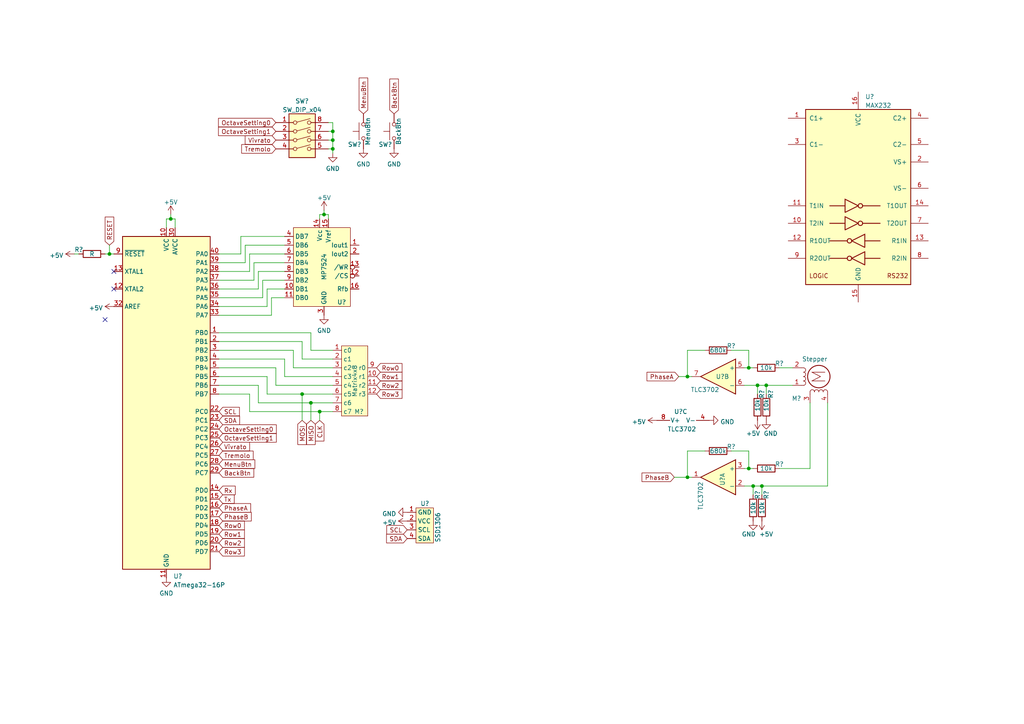
<source format=kicad_sch>
(kicad_sch (version 20211123) (generator eeschema)
  (paper "A4")
  (lib_symbols
    (symbol "Amplifier_Operational:TLC272" (pin_names (offset 0.127))
      (property "Reference" "U" (at 0 5.08 0))
      (property "Value" "TLC272" (at 0 -5.08 0))
      (symbol "TLC272_1_1"
        (polyline (pts (xy -5.08 5.08) (xy 5.08 0) (xy -5.08 -5.08) (xy -5.08 5.08)) (stroke (width 0.254)) (fill (type background)))
        (pin output line (at 7.62 0 180) (length 2.54) (name "~") (number "1"))
        (pin input line (at -7.62 -2.54 0) (length 2.54) (name "-") (number "2"))
        (pin input line (at -7.62 2.54 0) (length 2.54) (name "+") (number "3"))
      )
      (symbol "TLC272_2_1"
        (polyline (pts (xy -5.08 5.08) (xy 5.08 0) (xy -5.08 -5.08) (xy -5.08 5.08)) (stroke (width 0.254)) (fill (type background)))
        (pin input line (at -7.62 2.54 0) (length 2.54) (name "+") (number "5"))
        (pin input line (at -7.62 -2.54 0) (length 2.54) (name "-") (number "6"))
        (pin output line (at 7.62 0 180) (length 2.54) (name "~") (number "7"))
      )
      (symbol "TLC272_3_1"
        (pin power_in line (at -2.54 -7.62 90) (length 3.81) (name "V-") (number "4"))
        (pin power_in line (at -2.54 7.62 270) (length 3.81) (name "V+") (number "8"))
      )
    )
    (symbol "Device:R" (pin_numbers hide) (pin_names (offset 0))
      (property "Reference" "R" (at 2.032 0 90))
      (property "Value" "R" (at 0 0 90))
      (symbol "R_0_1"
        (rectangle (start -1.016 -2.54) (end 1.016 2.54) (stroke (width 0.254)))
      )
      (symbol "R_1_1"
        (pin passive line (at 0 3.81 270) (length 1.27) (name "~") (number "1"))
        (pin passive line (at 0 -3.81 90) (length 1.27) (name "~") (number "2"))
      )
    )
    (symbol "Flo:MP7524"
      (property "Reference" "U?" (at 3.81 -10.16 0))
      (property "Value" "MP7524" (at 0 -3.81 90))
      (symbol "MP7524_0_1"
        (rectangle (start -8.89 11.43) (end 7.62 -11.43) (stroke (width 0.1524)) (fill (type background)))
      )
      (symbol "MP7524_1_1"
        (pin output line (at 10.16 6.35 180) (length 2.54) (name "Iout1") (number "1"))
        (pin input line (at -11.43 -6.35 0) (length 2.54) (name "DB1") (number "10"))
        (pin input line (at -11.43 -8.89 0) (length 2.54) (name "DB0") (number "11"))
        (pin input inverted (at 10.16 -2.54 180) (length 2.54) (name "/CS") (number "12"))
        (pin input inverted (at 10.16 0 180) (length 2.54) (name "/WR") (number "13"))
        (pin power_in line (at -1.27 13.97 270) (length 2.54) (name "Vcc") (number "14"))
        (pin input line (at 1.27 13.97 270) (length 2.54) (name "Vref") (number "15"))
        (pin input line (at 10.16 -6.35 180) (length 2.54) (name "Rfb") (number "16"))
        (pin output line (at 10.16 3.81 180) (length 2.54) (name "Iout2") (number "2"))
        (pin power_in line (at 0 -13.97 90) (length 2.54) (name "GND") (number "3"))
        (pin input line (at -11.43 8.89 0) (length 2.54) (name "DB7") (number "4"))
        (pin input line (at -11.43 6.35 0) (length 2.54) (name "DB6") (number "5"))
        (pin input line (at -11.43 3.81 0) (length 2.54) (name "DB5") (number "6"))
        (pin input line (at -11.43 1.27 0) (length 2.54) (name "DB4") (number "7"))
        (pin input line (at -11.43 -1.27 0) (length 2.54) (name "DB3") (number "8"))
        (pin input line (at -11.43 -3.81 0) (length 2.54) (name "DB2") (number "9"))
      )
    )
    (symbol "Flo:Matrix4x8"
      (property "Reference" "M?" (at -1.27 -8.89 0))
      (property "Value" "Matrix4x8" (at 0 0 90))
      (symbol "Matrix4x8_0_1"
        (rectangle (start -3.81 10.16) (end 3.81 -10.16) (stroke (width 0.1524)) (fill (type background)))
      )
      (symbol "Matrix4x8_1_1"
        (pin passive line (at 6.35 8.89 180) (length 2.54) (name "c0") (number "1"))
        (pin passive line (at -6.35 1.27 0) (length 2.54) (name "r1") (number "10"))
        (pin passive line (at -6.35 -1.27 0) (length 2.54) (name "r2") (number "11"))
        (pin passive line (at -6.35 -3.81 0) (length 2.54) (name "r3") (number "12"))
        (pin passive line (at 6.35 6.35 180) (length 2.54) (name "c1") (number "2"))
        (pin passive line (at 6.35 3.81 180) (length 2.54) (name "c2") (number "3"))
        (pin passive line (at 6.35 1.27 180) (length 2.54) (name "c3") (number "4"))
        (pin passive line (at 6.35 -1.27 180) (length 2.54) (name "c4") (number "5"))
        (pin passive line (at 6.35 -3.81 180) (length 2.54) (name "c5") (number "6"))
        (pin passive line (at 6.35 -6.35 180) (length 2.54) (name "c6") (number "7"))
        (pin passive line (at 6.35 -8.89 180) (length 2.54) (name "c7") (number "8"))
        (pin passive line (at -6.35 3.81 0) (length 2.54) (name "r0") (number "9"))
      )
    )
    (symbol "Flo:SSD1306"
      (property "Reference" "U" (at 0 6.35 0))
      (property "Value" "SSD1306" (at 0 3.81 0))
      (symbol "SSD1306_0_1"
        (rectangle (start 5.08 -2.54) (end -5.08 2.54) (stroke (width 0.1524)) (fill (type background)))
      )
      (symbol "SSD1306_1_1"
        (pin power_in line (at -3.81 -5.08 90) (length 2.54) (name "GND") (number "1"))
        (pin power_in line (at -1.27 -5.08 90) (length 2.54) (name "VCC") (number "2"))
        (pin open_collector line (at 1.27 -5.08 90) (length 2.54) (name "SCL") (number "3"))
        (pin open_collector line (at 3.81 -5.08 90) (length 2.54) (name "SDA") (number "4"))
      )
    )
    (symbol "Interface_UART:MAX232" (pin_names (offset 1.016))
      (property "Reference" "U" (at -2.54 28.575 0))
      (property "Value" "MAX232" (at -2.54 26.67 0))
      (symbol "MAX232_0_0"
        (text "LOGIC" (at -11.43 -22.86 0) (effects (font (size 1.27 1.27))))
        (text "RS232" (at 11.43 -22.86 0) (effects (font (size 1.27 1.27))))
      )
      (symbol "MAX232_0_1"
        (rectangle (start -15.24 -25.4) (end 15.24 25.4) (stroke (width 0.254)) (fill (type background)))
        (circle (center -2.54 -17.78) (radius 0.635) (stroke (width 0.254)))
        (circle (center -2.54 -12.7) (radius 0.635) (stroke (width 0.254)))
        (polyline (pts (xy -3.81 -7.62) (xy -8.255 -7.62)) (stroke (width 0.254)))
        (polyline (pts (xy -3.81 -2.54) (xy -8.255 -2.54)) (stroke (width 0.254)))
        (polyline (pts (xy -3.175 -17.78) (xy -8.255 -17.78)) (stroke (width 0.254)))
        (polyline (pts (xy -3.175 -12.7) (xy -8.255 -12.7)) (stroke (width 0.254)))
        (polyline (pts (xy 1.27 -7.62) (xy 6.35 -7.62)) (stroke (width 0.254)))
        (polyline (pts (xy 1.27 -2.54) (xy 6.35 -2.54)) (stroke (width 0.254)))
        (polyline (pts (xy 1.905 -17.78) (xy 6.35 -17.78)) (stroke (width 0.254)))
        (polyline (pts (xy 1.905 -12.7) (xy 6.35 -12.7)) (stroke (width 0.254)))
        (polyline (pts (xy -3.81 -5.715) (xy -3.81 -9.525) (xy 0 -7.62) (xy -3.81 -5.715)) (stroke (width 0.254)))
        (polyline (pts (xy -3.81 -0.635) (xy -3.81 -4.445) (xy 0 -2.54) (xy -3.81 -0.635)) (stroke (width 0.254)))
        (polyline (pts (xy 1.905 -15.875) (xy 1.905 -19.685) (xy -1.905 -17.78) (xy 1.905 -15.875)) (stroke (width 0.254)))
        (polyline (pts (xy 1.905 -10.795) (xy 1.905 -14.605) (xy -1.905 -12.7) (xy 1.905 -10.795)) (stroke (width 0.254)))
        (circle (center 0.635 -7.62) (radius 0.635) (stroke (width 0.254)))
        (circle (center 0.635 -2.54) (radius 0.635) (stroke (width 0.254)))
      )
      (symbol "MAX232_1_1"
        (pin passive line (at -20.32 22.86 0) (length 5.08) (name "C1+") (number "1"))
        (pin input line (at -20.32 -7.62 0) (length 5.08) (name "T2IN") (number "10"))
        (pin input line (at -20.32 -2.54 0) (length 5.08) (name "T1IN") (number "11"))
        (pin output line (at -20.32 -12.7 0) (length 5.08) (name "R1OUT") (number "12"))
        (pin input line (at 20.32 -12.7 180) (length 5.08) (name "R1IN") (number "13"))
        (pin output line (at 20.32 -2.54 180) (length 5.08) (name "T1OUT") (number "14"))
        (pin power_in line (at 0 -30.48 90) (length 5.08) (name "GND") (number "15"))
        (pin power_in line (at 0 30.48 270) (length 5.08) (name "VCC") (number "16"))
        (pin power_out line (at 20.32 10.16 180) (length 5.08) (name "VS+") (number "2"))
        (pin passive line (at -20.32 15.24 0) (length 5.08) (name "C1-") (number "3"))
        (pin passive line (at 20.32 22.86 180) (length 5.08) (name "C2+") (number "4"))
        (pin passive line (at 20.32 15.24 180) (length 5.08) (name "C2-") (number "5"))
        (pin power_out line (at 20.32 2.54 180) (length 5.08) (name "VS-") (number "6"))
        (pin output line (at 20.32 -7.62 180) (length 5.08) (name "T2OUT") (number "7"))
        (pin input line (at 20.32 -17.78 180) (length 5.08) (name "R2IN") (number "8"))
        (pin output line (at -20.32 -17.78 0) (length 5.08) (name "R2OUT") (number "9"))
      )
    )
    (symbol "MCU_Microchip_ATmega:ATmega32-16P"
      (property "Reference" "U" (at -12.7 49.53 0))
      (property "Value" "ATmega32-16P" (at 2.54 -49.53 0))
      (symbol "ATmega32-16P_0_1"
        (rectangle (start -12.7 -48.26) (end 12.7 48.26) (stroke (width 0.254)) (fill (type background)))
      )
      (symbol "ATmega32-16P_1_1"
        (pin bidirectional line (at 15.24 20.32 180) (length 2.54) (name "PB0") (number "1"))
        (pin power_in line (at 0 50.8 270) (length 2.54) (name "VCC") (number "10"))
        (pin power_in line (at 0 -50.8 90) (length 2.54) (name "GND") (number "11"))
        (pin output line (at -15.24 33.02 0) (length 2.54) (name "XTAL2") (number "12"))
        (pin input line (at -15.24 38.1 0) (length 2.54) (name "XTAL1") (number "13"))
        (pin bidirectional line (at 15.24 -25.4 180) (length 2.54) (name "PD0") (number "14"))
        (pin bidirectional line (at 15.24 -27.94 180) (length 2.54) (name "PD1") (number "15"))
        (pin bidirectional line (at 15.24 -30.48 180) (length 2.54) (name "PD2") (number "16"))
        (pin bidirectional line (at 15.24 -33.02 180) (length 2.54) (name "PD3") (number "17"))
        (pin bidirectional line (at 15.24 -35.56 180) (length 2.54) (name "PD4") (number "18"))
        (pin bidirectional line (at 15.24 -38.1 180) (length 2.54) (name "PD5") (number "19"))
        (pin bidirectional line (at 15.24 17.78 180) (length 2.54) (name "PB1") (number "2"))
        (pin bidirectional line (at 15.24 -40.64 180) (length 2.54) (name "PD6") (number "20"))
        (pin bidirectional line (at 15.24 -43.18 180) (length 2.54) (name "PD7") (number "21"))
        (pin bidirectional line (at 15.24 -2.54 180) (length 2.54) (name "PC0") (number "22"))
        (pin bidirectional line (at 15.24 -5.08 180) (length 2.54) (name "PC1") (number "23"))
        (pin bidirectional line (at 15.24 -7.62 180) (length 2.54) (name "PC2") (number "24"))
        (pin bidirectional line (at 15.24 -10.16 180) (length 2.54) (name "PC3") (number "25"))
        (pin bidirectional line (at 15.24 -12.7 180) (length 2.54) (name "PC4") (number "26"))
        (pin bidirectional line (at 15.24 -15.24 180) (length 2.54) (name "PC5") (number "27"))
        (pin bidirectional line (at 15.24 -17.78 180) (length 2.54) (name "PC6") (number "28"))
        (pin bidirectional line (at 15.24 -20.32 180) (length 2.54) (name "PC7") (number "29"))
        (pin bidirectional line (at 15.24 15.24 180) (length 2.54) (name "PB2") (number "3"))
        (pin power_in line (at 2.54 50.8 270) (length 2.54) (name "AVCC") (number "30"))
        (pin passive line (at 0 -50.8 90) (length 2.54) hide (name "GND") (number "31"))
        (pin passive line (at -15.24 27.94 0) (length 2.54) (name "AREF") (number "32"))
        (pin bidirectional line (at 15.24 25.4 180) (length 2.54) (name "PA7") (number "33"))
        (pin bidirectional line (at 15.24 27.94 180) (length 2.54) (name "PA6") (number "34"))
        (pin bidirectional line (at 15.24 30.48 180) (length 2.54) (name "PA5") (number "35"))
        (pin bidirectional line (at 15.24 33.02 180) (length 2.54) (name "PA4") (number "36"))
        (pin bidirectional line (at 15.24 35.56 180) (length 2.54) (name "PA3") (number "37"))
        (pin bidirectional line (at 15.24 38.1 180) (length 2.54) (name "PA2") (number "38"))
        (pin bidirectional line (at 15.24 40.64 180) (length 2.54) (name "PA1") (number "39"))
        (pin bidirectional line (at 15.24 12.7 180) (length 2.54) (name "PB3") (number "4"))
        (pin bidirectional line (at 15.24 43.18 180) (length 2.54) (name "PA0") (number "40"))
        (pin bidirectional line (at 15.24 10.16 180) (length 2.54) (name "PB4") (number "5"))
        (pin bidirectional line (at 15.24 7.62 180) (length 2.54) (name "PB5") (number "6"))
        (pin bidirectional line (at 15.24 5.08 180) (length 2.54) (name "PB6") (number "7"))
        (pin bidirectional line (at 15.24 2.54 180) (length 2.54) (name "PB7") (number "8"))
        (pin input line (at -15.24 43.18 0) (length 2.54) (name "~{RESET}") (number "9"))
      )
    )
    (symbol "Motor:Stepper_Motor_bipolar" (pin_names (offset 0) hide)
      (property "Reference" "M" (at 3.81 2.54 0))
      (property "Value" "Stepper_Motor_bipolar" (at 3.81 1.27 0))
      (symbol "Stepper_Motor_bipolar_0_0"
        (polyline (pts (xy -1.27 -1.778) (xy -1.27 2.032) (xy 0 -0.508) (xy 1.27 2.032) (xy 1.27 -1.778)))
      )
      (symbol "Stepper_Motor_bipolar_0_1"
        (arc (start -4.445 -2.54) (mid -3.81 -1.905) (end -4.445 -1.27))
        (arc (start -4.445 -1.27) (mid -3.81 -0.635) (end -4.445 0))
        (arc (start -4.445 0) (mid -3.81 0.635) (end -4.445 1.27))
        (arc (start -4.445 1.27) (mid -3.81 1.905) (end -4.445 2.54))
        (arc (start -2.54 4.445) (mid -1.905 3.81) (end -1.27 4.445))
        (arc (start -1.27 4.445) (mid -0.635 3.81) (end 0 4.445))
        (polyline (pts (xy -5.08 -2.54) (xy -4.445 -2.54)))
        (polyline (pts (xy -5.08 2.54) (xy -4.445 2.54)))
        (polyline (pts (xy -2.54 5.08) (xy -2.54 4.445)))
        (polyline (pts (xy 2.54 5.08) (xy 2.54 4.445)))
        (circle (center 0 0) (radius 3.2512) (stroke (width 0.254)))
        (arc (start 0 4.445) (mid 0.635 3.81) (end 1.27 4.445))
        (arc (start 1.27 4.445) (mid 1.905 3.81) (end 2.54 4.445))
      )
      (symbol "Stepper_Motor_bipolar_1_1"
        (pin passive line (at -2.54 7.62 270) (length 2.54) (name "~") (number "1"))
        (pin passive line (at 2.54 7.62 270) (length 2.54) (name "-") (number "2"))
        (pin passive line (at -7.62 2.54 0) (length 2.54) (name "~") (number "3"))
        (pin passive line (at -7.62 -2.54 0) (length 2.54) (name "~") (number "4"))
      )
    )
    (symbol "Switch:SW_DIP_x04" (pin_names (offset 0) hide)
      (property "Reference" "SW" (at 0 8.89 0))
      (property "Value" "SW_DIP_x04" (at 0 -6.35 0))
      (symbol "SW_DIP_x04_0_0"
        (circle (center -2.032 -2.54) (radius 0.508))
        (circle (center -2.032 0) (radius 0.508))
        (circle (center -2.032 2.54) (radius 0.508))
        (circle (center -2.032 5.08) (radius 0.508))
        (polyline (pts (xy -1.524 -2.3876) (xy 2.3622 -1.3462)))
        (polyline (pts (xy -1.524 0.127) (xy 2.3622 1.1684)))
        (polyline (pts (xy -1.524 2.667) (xy 2.3622 3.7084)))
        (polyline (pts (xy -1.524 5.207) (xy 2.3622 6.2484)))
        (circle (center 2.032 -2.54) (radius 0.508))
        (circle (center 2.032 0) (radius 0.508))
        (circle (center 2.032 2.54) (radius 0.508))
        (circle (center 2.032 5.08) (radius 0.508))
      )
      (symbol "SW_DIP_x04_0_1"
        (rectangle (start -3.81 7.62) (end 3.81 -5.08) (stroke (width 0.254)) (fill (type background)))
      )
      (symbol "SW_DIP_x04_1_1"
        (pin passive line (at -7.62 5.08 0) (length 5.08) (name "~") (number "1"))
        (pin passive line (at -7.62 2.54 0) (length 5.08) (name "~") (number "2"))
        (pin passive line (at -7.62 0 0) (length 5.08) (name "~") (number "3"))
        (pin passive line (at -7.62 -2.54 0) (length 5.08) (name "~") (number "4"))
        (pin passive line (at 7.62 -2.54 180) (length 5.08) (name "~") (number "5"))
        (pin passive line (at 7.62 0 180) (length 5.08) (name "~") (number "6"))
        (pin passive line (at 7.62 2.54 180) (length 5.08) (name "~") (number "7"))
        (pin passive line (at 7.62 5.08 180) (length 5.08) (name "~") (number "8"))
      )
    )
    (symbol "Switch:SW_Push" (pin_numbers hide) (pin_names (offset 1.016) hide)
      (property "Reference" "SW" (at 1.27 2.54 0))
      (property "Value" "SW_Push" (at 0 -1.524 0))
      (symbol "SW_Push_0_1"
        (circle (center -2.032 0) (radius 0.508))
        (polyline (pts (xy 0 1.27) (xy 0 3.048)))
        (polyline (pts (xy 2.54 1.27) (xy -2.54 1.27)))
        (circle (center 2.032 0) (radius 0.508))
        (pin passive line (at -5.08 0 0) (length 2.54) (name "1") (number "1"))
        (pin passive line (at 5.08 0 180) (length 2.54) (name "2") (number "2"))
      )
    )
    (symbol "power:+5V" (power) (pin_names (offset 0))
      (property "Value" "+5V" (at 0 3.556 0))
      (symbol "+5V_0_1"
        (polyline (pts (xy -0.762 1.27) (xy 0 2.54)))
        (polyline (pts (xy 0 0) (xy 0 2.54)))
        (polyline (pts (xy 0 2.54) (xy 0.762 1.27)))
      )
      (symbol "+5V_1_1"
        (pin power_in line (at 0 0 90) (length 0) hide (name "+5V") (number "1"))
      )
    )
    (symbol "power:GND" (power) (pin_names (offset 0))
      (property "Value" "GND" (at 0 -3.81 0))
      (symbol "GND_0_1"
        (polyline (pts (xy 0 0) (xy 0 -1.27) (xy 1.27 -1.27) (xy 0 -2.54) (xy -1.27 -1.27) (xy 0 -1.27)))
      )
      (symbol "GND_1_1"
        (pin power_in line (at 0 0 270) (length 0) hide (name "GND") (number "1"))
      )
    )
  )
  (junction (at 96.52 40.64))
  (junction (at 87.63 114.3))
  (junction (at 218.44 140.97))
  (junction (at 96.52 43.18))
  (junction (at 90.17 116.84))
  (junction (at 92.71 119.38))
  (junction (at 93.98 62.23))
  (junction (at 219.71 111.76))
  (junction (at 199.39 138.43))
  (junction (at 222.25 111.76))
  (junction (at 217.17 106.68))
  (junction (at 96.52 38.1))
  (junction (at 199.39 109.22))
  (junction (at 220.98 140.97))
  (junction (at 31.75 73.66))
  (junction (at 217.17 135.89))
  (junction (at 49.53 63.5))
  (no_connect (at 33.02 78.74))
  (no_connect (at 30.48 92.71))
  (no_connect (at 33.02 83.82))
  (wire (pts (xy 87.63 114.3) (xy 87.63 121.92)))
  (wire (pts (xy 74.93 78.74) (xy 74.93 83.82)))
  (wire (pts (xy 96.52 38.1) (xy 96.52 35.56)))
  (wire (pts (xy 87.63 104.14) (xy 96.52 104.14)))
  (wire (pts (xy 96.52 101.6) (xy 90.17 101.6)))
  (wire (pts (xy 49.53 63.5) (xy 48.26 63.5)))
  (wire (pts (xy 82.55 78.74) (xy 74.93 78.74)))
  (wire (pts (xy 93.98 60.96) (xy 93.98 62.23)))
  (wire (pts (xy 195.58 138.43) (xy 199.39 138.43)))
  (wire (pts (xy 85.09 106.68) (xy 96.52 106.68)))
  (wire (pts (xy 82.55 83.82) (xy 77.47 83.82)))
  (wire (pts (xy 77.47 83.82) (xy 77.47 88.9)))
  (wire (pts (xy 212.09 101.6) (xy 217.17 101.6)))
  (wire (pts (xy 69.85 68.58) (xy 69.85 73.66)))
  (wire (pts (xy 90.17 96.52) (xy 63.5 96.52)))
  (wire (pts (xy 219.71 111.76) (xy 219.71 114.3)))
  (wire (pts (xy 240.03 140.97) (xy 240.03 116.84)))
  (wire (pts (xy 72.39 78.74) (xy 63.5 78.74)))
  (wire (pts (xy 217.17 130.81) (xy 212.09 130.81)))
  (wire (pts (xy 82.55 68.58) (xy 69.85 68.58)))
  (wire (pts (xy 234.95 135.89) (xy 226.06 135.89)))
  (wire (pts (xy 87.63 114.3) (xy 77.47 114.3)))
  (wire (pts (xy 21.59 73.66) (xy 22.86 73.66)))
  (wire (pts (xy 63.5 114.3) (xy 72.39 114.3)))
  (wire (pts (xy 96.52 43.18) (xy 96.52 40.64)))
  (wire (pts (xy 30.48 73.66) (xy 31.75 73.66)))
  (wire (pts (xy 73.66 76.2) (xy 82.55 76.2)))
  (wire (pts (xy 31.75 71.12) (xy 31.75 73.66)))
  (wire (pts (xy 73.66 81.28) (xy 73.66 76.2)))
  (wire (pts (xy 199.39 130.81) (xy 199.39 138.43)))
  (wire (pts (xy 63.5 99.06) (xy 87.63 99.06)))
  (wire (pts (xy 63.5 86.36) (xy 76.2 86.36)))
  (wire (pts (xy 74.93 83.82) (xy 63.5 83.82)))
  (wire (pts (xy 90.17 116.84) (xy 90.17 121.92)))
  (wire (pts (xy 82.55 73.66) (xy 72.39 73.66)))
  (wire (pts (xy 200.66 109.22) (xy 199.39 109.22)))
  (wire (pts (xy 217.17 135.89) (xy 217.17 130.81)))
  (wire (pts (xy 85.09 101.6) (xy 85.09 106.68)))
  (wire (pts (xy 63.5 111.76) (xy 74.93 111.76)))
  (wire (pts (xy 74.93 111.76) (xy 74.93 116.84)))
  (wire (pts (xy 78.74 91.44) (xy 78.74 86.36)))
  (wire (pts (xy 76.2 81.28) (xy 82.55 81.28)))
  (wire (pts (xy 220.98 143.51) (xy 220.98 140.97)))
  (wire (pts (xy 77.47 114.3) (xy 77.47 109.22)))
  (wire (pts (xy 196.85 109.22) (xy 199.39 109.22)))
  (wire (pts (xy 72.39 119.38) (xy 72.39 114.3)))
  (wire (pts (xy 96.52 40.64) (xy 95.25 40.64)))
  (wire (pts (xy 90.17 116.84) (xy 96.52 116.84)))
  (wire (pts (xy 63.5 91.44) (xy 78.74 91.44)))
  (wire (pts (xy 218.44 143.51) (xy 218.44 140.97)))
  (wire (pts (xy 215.9 111.76) (xy 219.71 111.76)))
  (wire (pts (xy 69.85 73.66) (xy 63.5 73.66)))
  (wire (pts (xy 222.25 111.76) (xy 229.87 111.76)))
  (wire (pts (xy 96.52 114.3) (xy 87.63 114.3)))
  (wire (pts (xy 96.52 38.1) (xy 95.25 38.1)))
  (wire (pts (xy 90.17 101.6) (xy 90.17 96.52)))
  (wire (pts (xy 50.8 63.5) (xy 50.8 66.04)))
  (wire (pts (xy 72.39 73.66) (xy 72.39 78.74)))
  (wire (pts (xy 63.5 104.14) (xy 82.55 104.14)))
  (wire (pts (xy 234.95 116.84) (xy 234.95 135.89)))
  (wire (pts (xy 82.55 109.22) (xy 82.55 104.14)))
  (wire (pts (xy 74.93 116.84) (xy 90.17 116.84)))
  (wire (pts (xy 217.17 135.89) (xy 218.44 135.89)))
  (wire (pts (xy 215.9 106.68) (xy 217.17 106.68)))
  (wire (pts (xy 63.5 101.6) (xy 85.09 101.6)))
  (wire (pts (xy 218.44 140.97) (xy 215.9 140.97)))
  (wire (pts (xy 78.74 86.36) (xy 82.55 86.36)))
  (wire (pts (xy 217.17 106.68) (xy 218.44 106.68)))
  (wire (pts (xy 199.39 138.43) (xy 200.66 138.43)))
  (wire (pts (xy 48.26 63.5) (xy 48.26 66.04)))
  (wire (pts (xy 92.71 119.38) (xy 92.71 121.92)))
  (wire (pts (xy 76.2 86.36) (xy 76.2 81.28)))
  (wire (pts (xy 217.17 101.6) (xy 217.17 106.68)))
  (wire (pts (xy 95.25 63.5) (xy 95.25 62.23)))
  (wire (pts (xy 93.98 62.23) (xy 92.71 62.23)))
  (wire (pts (xy 87.63 99.06) (xy 87.63 104.14)))
  (wire (pts (xy 92.71 62.23) (xy 92.71 63.5)))
  (wire (pts (xy 199.39 109.22) (xy 199.39 101.6)))
  (wire (pts (xy 96.52 109.22) (xy 82.55 109.22)))
  (wire (pts (xy 219.71 111.76) (xy 222.25 111.76)))
  (wire (pts (xy 63.5 76.2) (xy 71.12 76.2)))
  (wire (pts (xy 93.98 62.23) (xy 95.25 62.23)))
  (wire (pts (xy 63.5 106.68) (xy 80.01 106.68)))
  (wire (pts (xy 63.5 81.28) (xy 73.66 81.28)))
  (wire (pts (xy 220.98 140.97) (xy 218.44 140.97)))
  (wire (pts (xy 63.5 109.22) (xy 77.47 109.22)))
  (wire (pts (xy 49.53 62.23) (xy 49.53 63.5)))
  (wire (pts (xy 96.52 119.38) (xy 92.71 119.38)))
  (wire (pts (xy 96.52 43.18) (xy 95.25 43.18)))
  (wire (pts (xy 215.9 135.89) (xy 217.17 135.89)))
  (wire (pts (xy 71.12 71.12) (xy 82.55 71.12)))
  (wire (pts (xy 96.52 40.64) (xy 96.52 38.1)))
  (wire (pts (xy 71.12 76.2) (xy 71.12 71.12)))
  (wire (pts (xy 92.71 119.38) (xy 72.39 119.38)))
  (wire (pts (xy 80.01 106.68) (xy 80.01 111.76)))
  (wire (pts (xy 222.25 111.76) (xy 222.25 114.3)))
  (wire (pts (xy 96.52 44.45) (xy 96.52 43.18)))
  (wire (pts (xy 49.53 63.5) (xy 50.8 63.5)))
  (wire (pts (xy 96.52 35.56) (xy 95.25 35.56)))
  (wire (pts (xy 220.98 140.97) (xy 240.03 140.97)))
  (wire (pts (xy 226.06 106.68) (xy 229.87 106.68)))
  (wire (pts (xy 80.01 111.76) (xy 96.52 111.76)))
  (wire (pts (xy 204.47 130.81) (xy 199.39 130.81)))
  (wire (pts (xy 31.75 73.66) (xy 33.02 73.66)))
  (wire (pts (xy 77.47 88.9) (xy 63.5 88.9)))
  (wire (pts (xy 199.39 101.6) (xy 204.47 101.6)))
  (global_label "MenuBtn" (shape input) (at 63.5 134.62 0) (property "Intersheet References" "${INTERSHEET_REFS}" (effects hide)))
  (global_label "Tremolo" (shape input) (at 80.01 43.18 180) (property "Intersheet References" "${INTERSHEET_REFS}" (effects hide)))
  (global_label "PhaseA" (shape input) (at 196.85 109.22 180) (property "Intersheet References" "${INTERSHEET_REFS}" (effects hide)))
  (global_label "Row1" (shape input) (at 63.5 154.94 0) (property "Intersheet References" "${INTERSHEET_REFS}" (effects hide)))
  (global_label "Vivrato" (shape input) (at 63.5 129.54 0) (property "Intersheet References" "${INTERSHEET_REFS}" (effects hide)))
  (global_label "CLK" (shape input) (at 92.71 121.92 270) (property "Intersheet References" "${INTERSHEET_REFS}" (effects hide)))
  (global_label "Vivrato" (shape input) (at 80.01 40.64 180) (property "Intersheet References" "${INTERSHEET_REFS}" (effects hide)))
  (global_label "Row3" (shape input) (at 109.22 114.3 0) (property "Intersheet References" "${INTERSHEET_REFS}" (effects hide)))
  (global_label "PhaseB" (shape input) (at 63.5 149.86 0) (property "Intersheet References" "${INTERSHEET_REFS}" (effects hide)))
  (global_label "RESET" (shape input) (at 31.75 71.12 90) (property "Intersheet References" "${INTERSHEET_REFS}" (effects hide)))
  (global_label "Row0" (shape input) (at 109.22 106.68 0) (property "Intersheet References" "${INTERSHEET_REFS}" (effects hide)))
  (global_label "OctaveSetting0" (shape input) (at 63.5 124.46 0) (property "Intersheet References" "${INTERSHEET_REFS}" (effects hide)))
  (global_label "PhaseB" (shape input) (at 195.58 138.43 180) (property "Intersheet References" "${INTERSHEET_REFS}" (effects hide)))
  (global_label "OctaveSetting1" (shape input) (at 63.5 127 0) (property "Intersheet References" "${INTERSHEET_REFS}" (effects hide)))
  (global_label "PhaseA" (shape input) (at 63.5 147.32 0) (property "Intersheet References" "${INTERSHEET_REFS}" (effects hide)))
  (global_label "SCL" (shape input) (at 63.5 119.38 0) (property "Intersheet References" "${INTERSHEET_REFS}" (effects hide)))
  (global_label "OctaveSetting1" (shape input) (at 80.01 38.1 180) (property "Intersheet References" "${INTERSHEET_REFS}" (effects hide)))
  (global_label "MenuBtn" (shape input) (at 105.41 33.02 90) (property "Intersheet References" "${INTERSHEET_REFS}" (effects hide)))
  (global_label "BackBtn" (shape input) (at 63.5 137.16 0) (property "Intersheet References" "${INTERSHEET_REFS}" (effects hide)))
  (global_label "Row2" (shape input) (at 109.22 111.76 0) (property "Intersheet References" "${INTERSHEET_REFS}" (effects hide)))
  (global_label "Tx" (shape input) (at 63.5 144.78 0) (property "Intersheet References" "${INTERSHEET_REFS}" (effects hide)))
  (global_label "MISO" (shape input) (at 90.17 121.92 270) (property "Intersheet References" "${INTERSHEET_REFS}" (effects hide)))
  (global_label "BackBtn" (shape input) (at 114.3 33.02 90) (property "Intersheet References" "${INTERSHEET_REFS}" (effects hide)))
  (global_label "MOSI" (shape input) (at 87.63 121.92 270) (property "Intersheet References" "${INTERSHEET_REFS}" (effects hide)))
  (global_label "SDA" (shape input) (at 63.5 121.92 0) (property "Intersheet References" "${INTERSHEET_REFS}" (effects hide)))
  (global_label "Tremolo" (shape input) (at 63.5 132.08 0) (property "Intersheet References" "${INTERSHEET_REFS}" (effects hide)))
  (global_label "SDA" (shape input) (at 118.11 156.21 180) (property "Intersheet References" "${INTERSHEET_REFS}" (effects hide)))
  (global_label "SCL" (shape input) (at 118.11 153.67 180) (property "Intersheet References" "${INTERSHEET_REFS}" (effects hide)))
  (global_label "Row1" (shape input) (at 109.22 109.22 0) (property "Intersheet References" "${INTERSHEET_REFS}" (effects hide)))
  (global_label "Rx" (shape input) (at 63.5 142.24 0) (property "Intersheet References" "${INTERSHEET_REFS}" (effects hide)))
  (global_label "Row0" (shape input) (at 63.5 152.4 0) (property "Intersheet References" "${INTERSHEET_REFS}" (effects hide)))
  (global_label "Row3" (shape input) (at 63.5 160.02 0) (property "Intersheet References" "${INTERSHEET_REFS}" (effects hide)))
  (global_label "Row2" (shape input) (at 63.5 157.48 0) (property "Intersheet References" "${INTERSHEET_REFS}" (effects hide)))
  (global_label "OctaveSetting0" (shape input) (at 80.01 35.56 180) (property "Intersheet References" "${INTERSHEET_REFS}" (effects hide)))
  (symbol (lib_id "Device:R") (at 222.25 135.89 90) (unit 1)
    (property "Reference" "R?" (at 226.06 134.62 90))
    (property "Value" "10k" (at 222.25 135.89 90))
  )
  (symbol (lib_id "Device:R") (at 222.25 106.68 90) (unit 1)
    (property "Reference" "R?" (at 226.06 105.41 90))
    (property "Value" "10k" (at 222.25 106.68 90))
  )
  (symbol (lib_id "Switch:SW_DIP_x04") (at 87.63 40.64 0) (unit 1)
    (property "Reference" "SW?" (at 87.63 29.3202 0))
    (property "Value" "SW_DIP_x04" (at 87.63 31.8571 0))
  )
  (symbol (lib_id "Device:R") (at 220.98 147.32 0) (unit 1)
    (property "Reference" "R?" (at 222.25 143.51 90))
    (property "Value" "10k" (at 220.98 147.32 90))
  )
  (symbol (lib_id "Device:R") (at 218.44 147.32 0) (unit 1)
    (property "Reference" "R?" (at 219.71 143.51 90))
    (property "Value" "10k" (at 218.44 147.32 90))
  )
  (symbol (lib_id "MCU_Microchip_ATmega:ATmega32-16P") (at 48.26 116.84 0) (unit 1)
    (property "Reference" "U?" (at 50.2794 167.1304 0) (effects (justify left)))
    (property "Value" "ATmega32-16P" (at 50.2794 169.6673 0) (effects (justify left)))
    (property "Footprint" "Package_DIP:DIP-40_W15.24mm" (effects hide))
    (property "Datasheet" "http://ww1.microchip.com/downloads/en/DeviceDoc/doc2503.pdf" (effects hide))
  )
  (symbol (lib_id "Device:R") (at 26.67 73.66 90) (unit 1)
    (property "Reference" "R?" (at 22.86 72.39 90))
    (property "Value" "R" (at 26.67 73.66 90))
  )
  (symbol (lib_id "power:+5V") (at 33.02 88.9 90) (unit 1)
    (property "Reference" "#PWR?" (effects hide))
    (property "Value" "+5V" (at 29.8451 89.3338 90) (effects (justify left)))
  )
  (symbol (lib_id "power:GND") (at 118.11 148.59 270) (unit 1)
    (property "Reference" "#PWR?" (effects hide))
    (property "Value" "GND" (at 114.9351 149.0238 90) (effects (justify right)))
  )
  (symbol (lib_id "Device:R") (at 219.71 118.11 0) (unit 1)
    (property "Reference" "R?" (at 220.98 115.57 90) (effects (justify left)))
    (property "Value" "10k" (at 219.71 119.38 90) (effects (justify left)))
  )
  (symbol (lib_id "Motor:Stepper_Motor_bipolar") (at 237.49 109.22 90) (unit 1)
    (property "Reference" "M?" (at 232.41 115.57 90) (effects (justify left)))
    (property "Value" "Stepper" (at 240.03 104.14 90) (effects (justify left)))
    (property "Datasheet" "http://www.infineon.com/dgdl/Application-Note-TLE8110EE_driving_UniPolarStepperMotor_V1.1.pdf?fileId=db3a30431be39b97011be5d0aa0a00b0" (effects hide))
  )
  (symbol (lib_id "Switch:SW_Push") (at 105.41 38.1 90) (unit 1)
    (property "Reference" "SW?" (at 102.87 41.91 90))
    (property "Value" "MenuBtn" (at 106.68 38.1 0))
  )
  (symbol (lib_id "Device:R") (at 208.28 130.81 90) (unit 1)
    (property "Reference" "R?" (at 212.09 129.54 90))
    (property "Value" "680k" (at 208.28 130.81 90))
  )
  (symbol (lib_id "power:+5V") (at 21.59 73.66 90) (unit 1)
    (property "Reference" "#PWR?" (effects hide))
    (property "Value" "+5V" (at 18.4151 74.0938 90) (effects (justify left)))
  )
  (symbol (lib_id "power:GND") (at 93.98 91.44 0) (unit 1)
    (property "Reference" "#PWR?" (effects hide))
    (property "Value" "GND" (at 93.98 95.8834 0))
  )
  (symbol (lib_id "power:+5V") (at 219.71 121.92 180) (unit 1)
    (property "Reference" "#PWR?" (effects hide))
    (property "Value" "+5V" (at 218.44 125.73 0))
  )
  (symbol (lib_id "Device:R") (at 208.28 101.6 90) (unit 1)
    (property "Reference" "R?" (at 212.09 100.33 90))
    (property "Value" "680k" (at 208.28 101.6 90))
  )
  (symbol (lib_id "power:GND") (at 105.41 43.18 0) (unit 1)
    (property "Reference" "#PWR?" (effects hide))
    (property "Value" "GND" (at 105.41 47.6234 0))
  )
  (symbol (lib_id "power:+5V") (at 190.5 121.92 90) (unit 1)
    (property "Reference" "#PWR?" (effects hide))
    (property "Value" "+5V" (at 187.3251 122.3538 90) (effects (justify left)))
  )
  (symbol (lib_id "power:GND") (at 114.3 43.18 0) (unit 1)
    (property "Reference" "#PWR?" (effects hide))
    (property "Value" "GND" (at 114.3 47.6234 0))
  )
  (symbol (lib_id "power:+5V") (at 220.98 151.13 180) (unit 1)
    (property "Reference" "#PWR?" (effects hide))
    (property "Value" "+5V" (at 222.25 154.94 0))
  )
  (symbol (lib_id "Interface_UART:MAX232") (at 248.92 57.15 0) (unit 1)
    (property "Reference" "U?" (at 250.9394 28.0502 0) (effects (justify left)))
    (property "Value" "MAX232" (at 250.9394 30.5871 0) (effects (justify left)))
    (property "Datasheet" "http://www.ti.com/lit/ds/symlink/max232.pdf" (effects hide))
  )
  (symbol (lib_id "Flo:Matrix4x8") (at 102.87 110.49 0) (mirror y) (unit 1)
    (property "Reference" "M?" (at 104.14 119.38 0))
    (property "Value" "Matrix4x8" (at 102.87 110.49 90))
  )
  (symbol (lib_id "power:GND") (at 205.74 121.92 90) (unit 1)
    (property "Reference" "#PWR?" (effects hide))
    (property "Value" "GND" (at 208.915 122.3538 90) (effects (justify right)))
  )
  (symbol (lib_id "power:GND") (at 222.25 121.92 0) (unit 1)
    (property "Reference" "#PWR?" (effects hide))
    (property "Value" "GND" (at 223.52 125.73 0))
  )
  (symbol (lib_id "power:+5V") (at 118.11 151.13 90) (unit 1)
    (property "Reference" "#PWR?" (effects hide))
    (property "Value" "+5V" (at 114.9351 151.5638 90) (effects (justify left)))
  )
  (symbol (lib_id "Switch:SW_Push") (at 114.3 38.1 90) (unit 1)
    (property "Reference" "SW?" (at 111.76 41.91 90))
    (property "Value" "BackBtn" (at 115.57 38.1 0))
  )
  (symbol (lib_id "Amplifier_Operational:TLC272") (at 208.28 109.22 0) (mirror y) (unit 2)
    (property "Reference" "U?" (at 209.55 109.22 0))
    (property "Value" "TLC3702" (at 204.47 113.03 0))
    (property "Datasheet" "http://www.ti.com/lit/ds/symlink/tlc272.pdf" (effects hide))
  )
  (symbol (lib_id "Amplifier_Operational:TLC272") (at 208.28 138.43 0) (mirror y) (unit 1)
    (property "Reference" "U?" (at 209.55 137.16 90) (effects (justify right)))
    (property "Value" "TLC3702" (at 203.2 139.7 90) (effects (justify right)))
    (property "Datasheet" "http://www.ti.com/lit/ds/symlink/tlc272.pdf" (effects hide))
  )
  (symbol (lib_id "Flo:MP7524") (at 93.98 77.47 0) (unit 1)
    (property "Reference" "U?" (at 97.79 87.63 0) (effects (justify left)))
    (property "Value" "MP7524" (at 93.98 81.28 90) (effects (justify left)))
  )
  (symbol (lib_id "power:+5V") (at 93.98 60.96 0) (unit 1)
    (property "Reference" "#PWR?" (effects hide))
    (property "Value" "+5V" (at 93.98 57.3842 0))
  )
  (symbol (lib_id "power:GND") (at 96.52 44.45 0) (unit 1)
    (property "Reference" "#PWR?" (effects hide))
    (property "Value" "GND" (at 96.52 48.8934 0))
  )
  (symbol (lib_id "Device:R") (at 222.25 118.11 0) (unit 1)
    (property "Reference" "R?" (at 223.52 115.57 90) (effects (justify left)))
    (property "Value" "10k" (at 222.25 119.38 90) (effects (justify left)))
  )
  (symbol (lib_id "power:GND") (at 218.44 151.13 0) (unit 1)
    (property "Reference" "#PWR?" (effects hide))
    (property "Value" "GND" (at 217.17 154.94 0))
  )
  (symbol (lib_id "power:+5V") (at 49.53 62.23 0) (unit 1)
    (property "Reference" "#PWR?" (effects hide))
    (property "Value" "+5V" (at 49.53 58.6542 0))
  )
  (symbol (lib_id "Flo:SSD1306") (at 123.19 152.4 270) (unit 1)
    (property "Reference" "U?" (at 121.92 146.05 90) (effects (justify left)))
    (property "Value" "SSD1306" (at 127 148.59 0) (effects (justify left)))
  )
  (symbol (lib_id "Amplifier_Operational:TLC272") (at 198.12 119.38 90) (unit 3)
    (property "Reference" "U?" (at 199.39 119.38 90) (effects (justify left)))
    (property "Value" "TLC3702" (at 201.93 124.46 90) (effects (justify left)))
    (property "Datasheet" "http://www.ti.com/lit/ds/symlink/tlc272.pdf" (effects hide))
  )
  (symbol (lib_id "power:GND") (at 48.26 167.64 0) (unit 1)
    (property "Reference" "#PWR?" (effects hide))
    (property "Value" "GND" (at 48.26 172.0834 0))
  )
)
</source>
